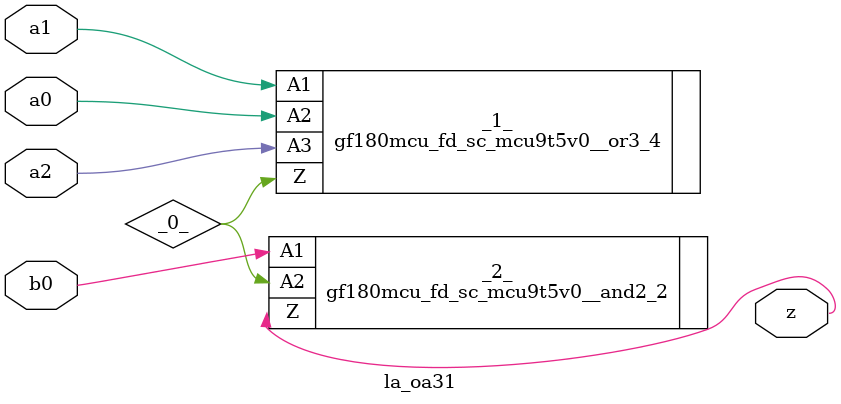
<source format=v>
/* Generated by Yosys 0.37 (git sha1 a5c7f69ed, clang 14.0.0-1ubuntu1.1 -fPIC -Os) */

module la_oa31(a0, a1, a2, b0, z);
  wire _0_;
  input a0;
  wire a0;
  input a1;
  wire a1;
  input a2;
  wire a2;
  input b0;
  wire b0;
  output z;
  wire z;
  gf180mcu_fd_sc_mcu9t5v0__or3_4 _1_ (
    .A1(a1),
    .A2(a0),
    .A3(a2),
    .Z(_0_)
  );
  gf180mcu_fd_sc_mcu9t5v0__and2_2 _2_ (
    .A1(b0),
    .A2(_0_),
    .Z(z)
  );
endmodule

</source>
